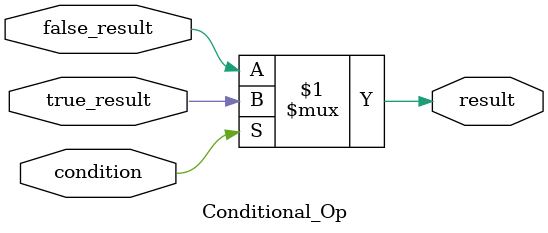
<source format=v>
module Conditional_Op( input condition,input  true_result,input  false_result,output result);
assign result = (condition) ? true_result : false_result;
endmodule

</source>
